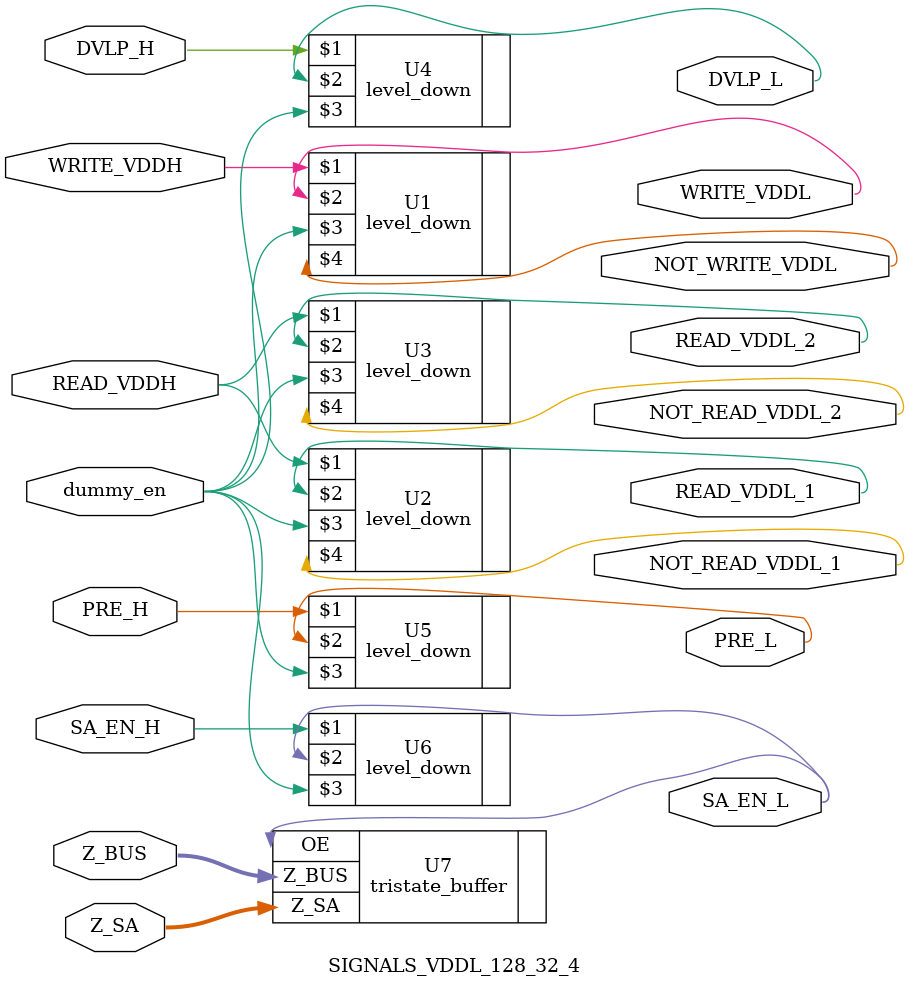
<source format=v>


`include "/ibe/users/da220/Cadence/WORK_TSMC180FORTE/DIGITAL/rtl/level_down/level_down.v"
`include "/ibe/users/da220/Cadence/WORK_TSMC180FORTE/DIGITAL/rtl/tristate_buffer/tristate_buffer.v"

// NAME MODIFIED //
module SIGNALS_VDDL_128_32_4(
// END MODIFY NAME //
WRITE_VDDH,
READ_VDDH,
DVLP_H,
PRE_H,
SA_EN_H,
dummy_en,
WRITE_VDDL,
NOT_WRITE_VDDL,
READ_VDDL_1,
NOT_READ_VDDL_1,
READ_VDDL_2,
NOT_READ_VDDL_2,
DVLP_L,
PRE_L,
Z_SA,
//Z_WR,
Z_BUS,
SA_EN_L,
);

// SKILL MODIFICATIONS //
parameter B_SIZE = 4;
// END OF SKILL MODIFICATION //

// Inputs
input	WRITE_VDDH;
input	READ_VDDH;
input	DVLP_H;
input	PRE_H;
input	SA_EN_H;
input	dummy_en;

// Input Ouput
inout	[B_SIZE-1:0] Z_SA;
//inout	[B_SIZE-1:0] Z_WR;
inout	[B_SIZE-1:0] Z_BUS;

// Outputs
output	WRITE_VDDL;
output	NOT_WRITE_VDDL;
output	READ_VDDL_1;
output	NOT_READ_VDDL_1;
output	READ_VDDL_2;
output	NOT_READ_VDDL_2;
output 	DVLP_L;
output	PRE_L;
output	SA_EN_L;

// Wires
wire	WRITE_VDDH;
wire	READ_VDDH;
wire	DVLP_H;
wire	PRE_H;
wire	SA_EN_H;
wire	dummy_en;
wire	WRITE_VDDL;
wire	NOT_WRITE_VDDL;
wire	READ_VDDL_1;
wire	NOT_READ_VDDL_1;
wire	READ_VDDL_2;
wire	NOT_READ_VDDL_2;
wire 	DVLP_L;
wire	PRE_L;
wire	SA_EN_L;
wire	[B_SIZE-1:0] Z_BUS;
wire	[B_SIZE-1:0] Z_SA;
//wire	[B_SIZE-1:0] Z_WR;



level_down U1(WRITE_VDDH, WRITE_VDDL, dummy_en, NOT_WRITE_VDDL);
level_down U2(READ_VDDH, READ_VDDL_1, dummy_en, NOT_READ_VDDL_1);
level_down U3(READ_VDDH, READ_VDDL_2, dummy_en, NOT_READ_VDDL_2);
level_down U4(DVLP_H, DVLP_L, dummy_en,);
level_down U5(PRE_H, PRE_L, dummy_en,);
level_down U6(SA_EN_H, SA_EN_L, dummy_en,);
tristate_buffer #(B_SIZE) U7(
.Z_SA	(Z_SA),
//.Z_WR	(Z_WR),
.Z_BUS	(Z_BUS),
.OE		(SA_EN_L)
);

endmodule
</source>
